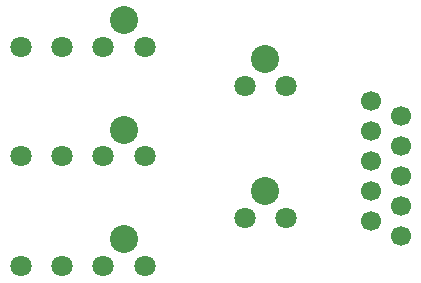
<source format=gbr>
G04 #@! TF.FileFunction,Soldermask,Bot*
%FSLAX46Y46*%
G04 Gerber Fmt 4.6, Leading zero omitted, Abs format (unit mm)*
G04 Created by KiCad (PCBNEW 4.0.7-e2-6376~58~ubuntu16.04.1) date Fri Jan 19 21:25:15 2018*
%MOMM*%
%LPD*%
G01*
G04 APERTURE LIST*
%ADD10C,0.100000*%
%ADD11C,1.797000*%
%ADD12C,2.381000*%
%ADD13C,1.700000*%
G04 APERTURE END LIST*
D10*
D11*
X130274000Y-99568000D03*
X133774000Y-99568000D03*
D12*
X132024000Y-97338000D03*
D11*
X126774000Y-99568000D03*
X123274000Y-99568000D03*
D13*
X155448000Y-91948000D03*
X155448000Y-94488000D03*
X155448000Y-97028000D03*
X155448000Y-89408000D03*
X152908000Y-95758000D03*
X152908000Y-93218000D03*
X152908000Y-90678000D03*
X152908000Y-88138000D03*
X155448000Y-86868000D03*
X152908000Y-85598000D03*
D11*
X142240000Y-84328000D03*
X145740000Y-84328000D03*
D12*
X143990000Y-82098000D03*
D11*
X142240000Y-95504000D03*
X145740000Y-95504000D03*
D12*
X143990000Y-93274000D03*
D11*
X130274000Y-90297000D03*
X133774000Y-90297000D03*
D12*
X132024000Y-88067000D03*
D11*
X126774000Y-90297000D03*
X123274000Y-90297000D03*
X130274000Y-81026000D03*
X133774000Y-81026000D03*
D12*
X132024000Y-78796000D03*
D11*
X126774000Y-81026000D03*
X123274000Y-81026000D03*
M02*

</source>
